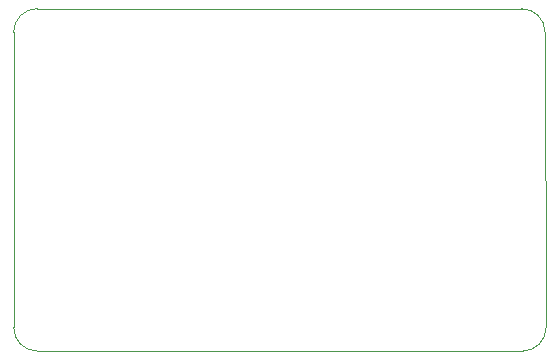
<source format=gbr>
%TF.GenerationSoftware,KiCad,Pcbnew,9.0.3*%
%TF.CreationDate,2025-10-03T16:36:05+02:00*%
%TF.ProjectId,board,626f6172-642e-46b6-9963-61645f706362,rev?*%
%TF.SameCoordinates,Original*%
%TF.FileFunction,Profile,NP*%
%FSLAX46Y46*%
G04 Gerber Fmt 4.6, Leading zero omitted, Abs format (unit mm)*
G04 Created by KiCad (PCBNEW 9.0.3) date 2025-10-03 16:36:05*
%MOMM*%
%LPD*%
G01*
G04 APERTURE LIST*
%TA.AperFunction,Profile*%
%ADD10C,0.050000*%
%TD*%
G04 APERTURE END LIST*
D10*
X142000000Y-90000000D02*
X183000000Y-90000000D01*
X185085786Y-116999986D02*
G75*
G02*
X183085786Y-118999986I-1999986J-14D01*
G01*
X183085786Y-118999986D02*
X142000000Y-119000000D01*
X183000000Y-90000000D02*
G75*
G02*
X185000000Y-92000000I0J-2000000D01*
G01*
X142000000Y-119000000D02*
G75*
G02*
X140000000Y-117000000I0J2000000D01*
G01*
X185085786Y-117000000D02*
X185000000Y-92000000D01*
X140000000Y-117000000D02*
X140000000Y-92000000D01*
X140000000Y-92000000D02*
G75*
G02*
X142000000Y-90000000I2000000J0D01*
G01*
M02*

</source>
